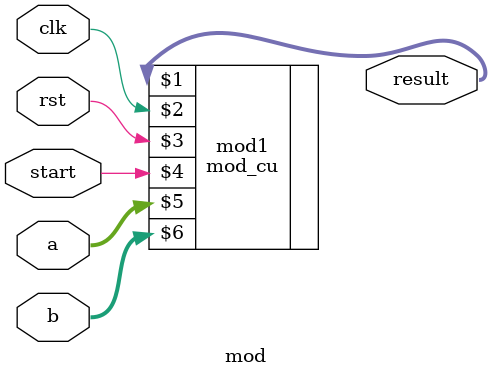
<source format=v>
module mod (
  output wire [31:0] result,
  input wire clk,
  input wire rst,
  input wire start,
  input wire [31:0] a,
  input wire [31:0] b
);

mod_cu mod1 (result, clk, rst, start, a, b);

endmodule

</source>
